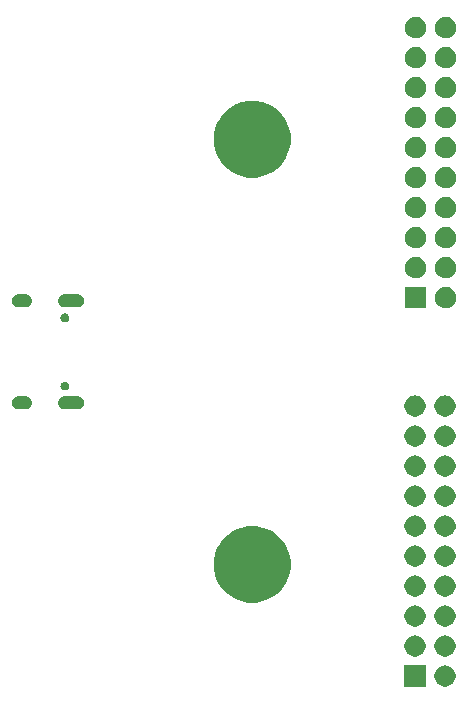
<source format=gbr>
G04 #@! TF.GenerationSoftware,KiCad,Pcbnew,(5.1.6-0-10_14)*
G04 #@! TF.CreationDate,2020-09-25T04:26:35-07:00*
G04 #@! TF.ProjectId,FT2232H_USB-C_to_2x10_1.27_F_RA,46543232-3332-4485-9f55-53422d435f74,rev?*
G04 #@! TF.SameCoordinates,Original*
G04 #@! TF.FileFunction,Soldermask,Bot*
G04 #@! TF.FilePolarity,Negative*
%FSLAX46Y46*%
G04 Gerber Fmt 4.6, Leading zero omitted, Abs format (unit mm)*
G04 Created by KiCad (PCBNEW (5.1.6-0-10_14)) date 2020-09-25 04:26:35*
%MOMM*%
%LPD*%
G01*
G04 APERTURE LIST*
%ADD10C,0.100000*%
G04 APERTURE END LIST*
D10*
G36*
X176188561Y-123597057D02*
G01*
X176246520Y-123608586D01*
X176410310Y-123676430D01*
X176557717Y-123774924D01*
X176683076Y-123900283D01*
X176781570Y-124047690D01*
X176849414Y-124211480D01*
X176884000Y-124385358D01*
X176884000Y-124562642D01*
X176849414Y-124736520D01*
X176781570Y-124900310D01*
X176683076Y-125047717D01*
X176557717Y-125173076D01*
X176410310Y-125271570D01*
X176246520Y-125339414D01*
X176188561Y-125350943D01*
X176072644Y-125374000D01*
X175895356Y-125374000D01*
X175779439Y-125350943D01*
X175721480Y-125339414D01*
X175557690Y-125271570D01*
X175410283Y-125173076D01*
X175284924Y-125047717D01*
X175186430Y-124900310D01*
X175118586Y-124736520D01*
X175084000Y-124562642D01*
X175084000Y-124385358D01*
X175118586Y-124211480D01*
X175186430Y-124047690D01*
X175284924Y-123900283D01*
X175410283Y-123774924D01*
X175557690Y-123676430D01*
X175721480Y-123608586D01*
X175779439Y-123597057D01*
X175895356Y-123574000D01*
X176072644Y-123574000D01*
X176188561Y-123597057D01*
G37*
G36*
X174344000Y-125374000D02*
G01*
X172544000Y-125374000D01*
X172544000Y-123574000D01*
X174344000Y-123574000D01*
X174344000Y-125374000D01*
G37*
G36*
X176188561Y-121057057D02*
G01*
X176246520Y-121068586D01*
X176410310Y-121136430D01*
X176557717Y-121234924D01*
X176683076Y-121360283D01*
X176781570Y-121507690D01*
X176849414Y-121671480D01*
X176884000Y-121845358D01*
X176884000Y-122022642D01*
X176849414Y-122196520D01*
X176781570Y-122360310D01*
X176683076Y-122507717D01*
X176557717Y-122633076D01*
X176410310Y-122731570D01*
X176246520Y-122799414D01*
X176188561Y-122810943D01*
X176072644Y-122834000D01*
X175895356Y-122834000D01*
X175779439Y-122810943D01*
X175721480Y-122799414D01*
X175557690Y-122731570D01*
X175410283Y-122633076D01*
X175284924Y-122507717D01*
X175186430Y-122360310D01*
X175118586Y-122196520D01*
X175084000Y-122022642D01*
X175084000Y-121845358D01*
X175118586Y-121671480D01*
X175186430Y-121507690D01*
X175284924Y-121360283D01*
X175410283Y-121234924D01*
X175557690Y-121136430D01*
X175721480Y-121068586D01*
X175779439Y-121057057D01*
X175895356Y-121034000D01*
X176072644Y-121034000D01*
X176188561Y-121057057D01*
G37*
G36*
X173648561Y-121057057D02*
G01*
X173706520Y-121068586D01*
X173870310Y-121136430D01*
X174017717Y-121234924D01*
X174143076Y-121360283D01*
X174241570Y-121507690D01*
X174309414Y-121671480D01*
X174344000Y-121845358D01*
X174344000Y-122022642D01*
X174309414Y-122196520D01*
X174241570Y-122360310D01*
X174143076Y-122507717D01*
X174017717Y-122633076D01*
X173870310Y-122731570D01*
X173706520Y-122799414D01*
X173648561Y-122810943D01*
X173532644Y-122834000D01*
X173355356Y-122834000D01*
X173239439Y-122810943D01*
X173181480Y-122799414D01*
X173017690Y-122731570D01*
X172870283Y-122633076D01*
X172744924Y-122507717D01*
X172646430Y-122360310D01*
X172578586Y-122196520D01*
X172544000Y-122022642D01*
X172544000Y-121845358D01*
X172578586Y-121671480D01*
X172646430Y-121507690D01*
X172744924Y-121360283D01*
X172870283Y-121234924D01*
X173017690Y-121136430D01*
X173181480Y-121068586D01*
X173239439Y-121057057D01*
X173355356Y-121034000D01*
X173532644Y-121034000D01*
X173648561Y-121057057D01*
G37*
G36*
X176188561Y-118517057D02*
G01*
X176246520Y-118528586D01*
X176410310Y-118596430D01*
X176557717Y-118694924D01*
X176683076Y-118820283D01*
X176781570Y-118967690D01*
X176849414Y-119131480D01*
X176884000Y-119305358D01*
X176884000Y-119482642D01*
X176849414Y-119656520D01*
X176781570Y-119820310D01*
X176683076Y-119967717D01*
X176557717Y-120093076D01*
X176410310Y-120191570D01*
X176246520Y-120259414D01*
X176188561Y-120270943D01*
X176072644Y-120294000D01*
X175895356Y-120294000D01*
X175779439Y-120270943D01*
X175721480Y-120259414D01*
X175557690Y-120191570D01*
X175410283Y-120093076D01*
X175284924Y-119967717D01*
X175186430Y-119820310D01*
X175118586Y-119656520D01*
X175084000Y-119482642D01*
X175084000Y-119305358D01*
X175118586Y-119131480D01*
X175186430Y-118967690D01*
X175284924Y-118820283D01*
X175410283Y-118694924D01*
X175557690Y-118596430D01*
X175721480Y-118528586D01*
X175779439Y-118517057D01*
X175895356Y-118494000D01*
X176072644Y-118494000D01*
X176188561Y-118517057D01*
G37*
G36*
X173648561Y-118517057D02*
G01*
X173706520Y-118528586D01*
X173870310Y-118596430D01*
X174017717Y-118694924D01*
X174143076Y-118820283D01*
X174241570Y-118967690D01*
X174309414Y-119131480D01*
X174344000Y-119305358D01*
X174344000Y-119482642D01*
X174309414Y-119656520D01*
X174241570Y-119820310D01*
X174143076Y-119967717D01*
X174017717Y-120093076D01*
X173870310Y-120191570D01*
X173706520Y-120259414D01*
X173648561Y-120270943D01*
X173532644Y-120294000D01*
X173355356Y-120294000D01*
X173239439Y-120270943D01*
X173181480Y-120259414D01*
X173017690Y-120191570D01*
X172870283Y-120093076D01*
X172744924Y-119967717D01*
X172646430Y-119820310D01*
X172578586Y-119656520D01*
X172544000Y-119482642D01*
X172544000Y-119305358D01*
X172578586Y-119131480D01*
X172646430Y-118967690D01*
X172744924Y-118820283D01*
X172870283Y-118694924D01*
X173017690Y-118596430D01*
X173181480Y-118528586D01*
X173239439Y-118517057D01*
X173355356Y-118494000D01*
X173532644Y-118494000D01*
X173648561Y-118517057D01*
G37*
G36*
X160597988Y-111902895D02*
G01*
X161189451Y-112147887D01*
X161311167Y-112229215D01*
X161721754Y-112503560D01*
X162174440Y-112956246D01*
X162395190Y-113286623D01*
X162530113Y-113488549D01*
X162775105Y-114080012D01*
X162900000Y-114707901D01*
X162900000Y-115348099D01*
X162775105Y-115975988D01*
X162530113Y-116567451D01*
X162512510Y-116593796D01*
X162174440Y-117099754D01*
X161721754Y-117552440D01*
X161471859Y-117719414D01*
X161189451Y-117908113D01*
X160597988Y-118153105D01*
X159970099Y-118278000D01*
X159329901Y-118278000D01*
X158702012Y-118153105D01*
X158110549Y-117908113D01*
X157828141Y-117719414D01*
X157578246Y-117552440D01*
X157125560Y-117099754D01*
X156787490Y-116593796D01*
X156769887Y-116567451D01*
X156524895Y-115975988D01*
X156400000Y-115348099D01*
X156400000Y-114707901D01*
X156524895Y-114080012D01*
X156769887Y-113488549D01*
X156904810Y-113286623D01*
X157125560Y-112956246D01*
X157578246Y-112503560D01*
X157988833Y-112229215D01*
X158110549Y-112147887D01*
X158702012Y-111902895D01*
X159329901Y-111778000D01*
X159970099Y-111778000D01*
X160597988Y-111902895D01*
G37*
G36*
X176183185Y-115975988D02*
G01*
X176246520Y-115988586D01*
X176410310Y-116056430D01*
X176557717Y-116154924D01*
X176683076Y-116280283D01*
X176781570Y-116427690D01*
X176849414Y-116591480D01*
X176884000Y-116765358D01*
X176884000Y-116942642D01*
X176849414Y-117116520D01*
X176781570Y-117280310D01*
X176683076Y-117427717D01*
X176557717Y-117553076D01*
X176410310Y-117651570D01*
X176246520Y-117719414D01*
X176188561Y-117730943D01*
X176072644Y-117754000D01*
X175895356Y-117754000D01*
X175779439Y-117730943D01*
X175721480Y-117719414D01*
X175557690Y-117651570D01*
X175410283Y-117553076D01*
X175284924Y-117427717D01*
X175186430Y-117280310D01*
X175118586Y-117116520D01*
X175084000Y-116942642D01*
X175084000Y-116765358D01*
X175118586Y-116591480D01*
X175186430Y-116427690D01*
X175284924Y-116280283D01*
X175410283Y-116154924D01*
X175557690Y-116056430D01*
X175721480Y-115988586D01*
X175784815Y-115975988D01*
X175895356Y-115954000D01*
X176072644Y-115954000D01*
X176183185Y-115975988D01*
G37*
G36*
X173643185Y-115975988D02*
G01*
X173706520Y-115988586D01*
X173870310Y-116056430D01*
X174017717Y-116154924D01*
X174143076Y-116280283D01*
X174241570Y-116427690D01*
X174309414Y-116591480D01*
X174344000Y-116765358D01*
X174344000Y-116942642D01*
X174309414Y-117116520D01*
X174241570Y-117280310D01*
X174143076Y-117427717D01*
X174017717Y-117553076D01*
X173870310Y-117651570D01*
X173706520Y-117719414D01*
X173648561Y-117730943D01*
X173532644Y-117754000D01*
X173355356Y-117754000D01*
X173239439Y-117730943D01*
X173181480Y-117719414D01*
X173017690Y-117651570D01*
X172870283Y-117553076D01*
X172744924Y-117427717D01*
X172646430Y-117280310D01*
X172578586Y-117116520D01*
X172544000Y-116942642D01*
X172544000Y-116765358D01*
X172578586Y-116591480D01*
X172646430Y-116427690D01*
X172744924Y-116280283D01*
X172870283Y-116154924D01*
X173017690Y-116056430D01*
X173181480Y-115988586D01*
X173244815Y-115975988D01*
X173355356Y-115954000D01*
X173532644Y-115954000D01*
X173643185Y-115975988D01*
G37*
G36*
X176188561Y-113437057D02*
G01*
X176246520Y-113448586D01*
X176410310Y-113516430D01*
X176557717Y-113614924D01*
X176683076Y-113740283D01*
X176781570Y-113887690D01*
X176849414Y-114051480D01*
X176884000Y-114225358D01*
X176884000Y-114402642D01*
X176849414Y-114576520D01*
X176781570Y-114740310D01*
X176683076Y-114887717D01*
X176557717Y-115013076D01*
X176410310Y-115111570D01*
X176246520Y-115179414D01*
X176188561Y-115190943D01*
X176072644Y-115214000D01*
X175895356Y-115214000D01*
X175779439Y-115190943D01*
X175721480Y-115179414D01*
X175557690Y-115111570D01*
X175410283Y-115013076D01*
X175284924Y-114887717D01*
X175186430Y-114740310D01*
X175118586Y-114576520D01*
X175084000Y-114402642D01*
X175084000Y-114225358D01*
X175118586Y-114051480D01*
X175186430Y-113887690D01*
X175284924Y-113740283D01*
X175410283Y-113614924D01*
X175557690Y-113516430D01*
X175721480Y-113448586D01*
X175779439Y-113437057D01*
X175895356Y-113414000D01*
X176072644Y-113414000D01*
X176188561Y-113437057D01*
G37*
G36*
X173648561Y-113437057D02*
G01*
X173706520Y-113448586D01*
X173870310Y-113516430D01*
X174017717Y-113614924D01*
X174143076Y-113740283D01*
X174241570Y-113887690D01*
X174309414Y-114051480D01*
X174344000Y-114225358D01*
X174344000Y-114402642D01*
X174309414Y-114576520D01*
X174241570Y-114740310D01*
X174143076Y-114887717D01*
X174017717Y-115013076D01*
X173870310Y-115111570D01*
X173706520Y-115179414D01*
X173648561Y-115190943D01*
X173532644Y-115214000D01*
X173355356Y-115214000D01*
X173239439Y-115190943D01*
X173181480Y-115179414D01*
X173017690Y-115111570D01*
X172870283Y-115013076D01*
X172744924Y-114887717D01*
X172646430Y-114740310D01*
X172578586Y-114576520D01*
X172544000Y-114402642D01*
X172544000Y-114225358D01*
X172578586Y-114051480D01*
X172646430Y-113887690D01*
X172744924Y-113740283D01*
X172870283Y-113614924D01*
X173017690Y-113516430D01*
X173181480Y-113448586D01*
X173239439Y-113437057D01*
X173355356Y-113414000D01*
X173532644Y-113414000D01*
X173648561Y-113437057D01*
G37*
G36*
X176188561Y-110897057D02*
G01*
X176246520Y-110908586D01*
X176410310Y-110976430D01*
X176557717Y-111074924D01*
X176683076Y-111200283D01*
X176683077Y-111200285D01*
X176781571Y-111347692D01*
X176849414Y-111511481D01*
X176884000Y-111685356D01*
X176884000Y-111862644D01*
X176875993Y-111902896D01*
X176849414Y-112036520D01*
X176781570Y-112200310D01*
X176683076Y-112347717D01*
X176557717Y-112473076D01*
X176410310Y-112571570D01*
X176246520Y-112639414D01*
X176188561Y-112650943D01*
X176072644Y-112674000D01*
X175895356Y-112674000D01*
X175779439Y-112650943D01*
X175721480Y-112639414D01*
X175557690Y-112571570D01*
X175410283Y-112473076D01*
X175284924Y-112347717D01*
X175186430Y-112200310D01*
X175118586Y-112036520D01*
X175092007Y-111902896D01*
X175084000Y-111862644D01*
X175084000Y-111685356D01*
X175118586Y-111511481D01*
X175186429Y-111347692D01*
X175284923Y-111200285D01*
X175284924Y-111200283D01*
X175410283Y-111074924D01*
X175557690Y-110976430D01*
X175721480Y-110908586D01*
X175779439Y-110897057D01*
X175895356Y-110874000D01*
X176072644Y-110874000D01*
X176188561Y-110897057D01*
G37*
G36*
X173648561Y-110897057D02*
G01*
X173706520Y-110908586D01*
X173870310Y-110976430D01*
X174017717Y-111074924D01*
X174143076Y-111200283D01*
X174143077Y-111200285D01*
X174241571Y-111347692D01*
X174309414Y-111511481D01*
X174344000Y-111685356D01*
X174344000Y-111862644D01*
X174335993Y-111902896D01*
X174309414Y-112036520D01*
X174241570Y-112200310D01*
X174143076Y-112347717D01*
X174017717Y-112473076D01*
X173870310Y-112571570D01*
X173706520Y-112639414D01*
X173648561Y-112650943D01*
X173532644Y-112674000D01*
X173355356Y-112674000D01*
X173239439Y-112650943D01*
X173181480Y-112639414D01*
X173017690Y-112571570D01*
X172870283Y-112473076D01*
X172744924Y-112347717D01*
X172646430Y-112200310D01*
X172578586Y-112036520D01*
X172552007Y-111902896D01*
X172544000Y-111862644D01*
X172544000Y-111685356D01*
X172578586Y-111511481D01*
X172646429Y-111347692D01*
X172744923Y-111200285D01*
X172744924Y-111200283D01*
X172870283Y-111074924D01*
X173017690Y-110976430D01*
X173181480Y-110908586D01*
X173239439Y-110897057D01*
X173355356Y-110874000D01*
X173532644Y-110874000D01*
X173648561Y-110897057D01*
G37*
G36*
X176188561Y-108357057D02*
G01*
X176246520Y-108368586D01*
X176410310Y-108436430D01*
X176557717Y-108534924D01*
X176683076Y-108660283D01*
X176781570Y-108807690D01*
X176849414Y-108971480D01*
X176884000Y-109145358D01*
X176884000Y-109322642D01*
X176849414Y-109496520D01*
X176781570Y-109660310D01*
X176683076Y-109807717D01*
X176557717Y-109933076D01*
X176410310Y-110031570D01*
X176246520Y-110099414D01*
X176188561Y-110110943D01*
X176072644Y-110134000D01*
X175895356Y-110134000D01*
X175779439Y-110110943D01*
X175721480Y-110099414D01*
X175557690Y-110031570D01*
X175410283Y-109933076D01*
X175284924Y-109807717D01*
X175186430Y-109660310D01*
X175118586Y-109496520D01*
X175084000Y-109322642D01*
X175084000Y-109145358D01*
X175118586Y-108971480D01*
X175186430Y-108807690D01*
X175284924Y-108660283D01*
X175410283Y-108534924D01*
X175557690Y-108436430D01*
X175721480Y-108368586D01*
X175779439Y-108357057D01*
X175895356Y-108334000D01*
X176072644Y-108334000D01*
X176188561Y-108357057D01*
G37*
G36*
X173648561Y-108357057D02*
G01*
X173706520Y-108368586D01*
X173870310Y-108436430D01*
X174017717Y-108534924D01*
X174143076Y-108660283D01*
X174241570Y-108807690D01*
X174309414Y-108971480D01*
X174344000Y-109145358D01*
X174344000Y-109322642D01*
X174309414Y-109496520D01*
X174241570Y-109660310D01*
X174143076Y-109807717D01*
X174017717Y-109933076D01*
X173870310Y-110031570D01*
X173706520Y-110099414D01*
X173648561Y-110110943D01*
X173532644Y-110134000D01*
X173355356Y-110134000D01*
X173239439Y-110110943D01*
X173181480Y-110099414D01*
X173017690Y-110031570D01*
X172870283Y-109933076D01*
X172744924Y-109807717D01*
X172646430Y-109660310D01*
X172578586Y-109496520D01*
X172544000Y-109322642D01*
X172544000Y-109145358D01*
X172578586Y-108971480D01*
X172646430Y-108807690D01*
X172744924Y-108660283D01*
X172870283Y-108534924D01*
X173017690Y-108436430D01*
X173181480Y-108368586D01*
X173239439Y-108357057D01*
X173355356Y-108334000D01*
X173532644Y-108334000D01*
X173648561Y-108357057D01*
G37*
G36*
X176188561Y-105817057D02*
G01*
X176246520Y-105828586D01*
X176410310Y-105896430D01*
X176557717Y-105994924D01*
X176683076Y-106120283D01*
X176781570Y-106267690D01*
X176849414Y-106431480D01*
X176884000Y-106605358D01*
X176884000Y-106782642D01*
X176849414Y-106956520D01*
X176781570Y-107120310D01*
X176683076Y-107267717D01*
X176557717Y-107393076D01*
X176410310Y-107491570D01*
X176246520Y-107559414D01*
X176188561Y-107570943D01*
X176072644Y-107594000D01*
X175895356Y-107594000D01*
X175779439Y-107570943D01*
X175721480Y-107559414D01*
X175557690Y-107491570D01*
X175410283Y-107393076D01*
X175284924Y-107267717D01*
X175186430Y-107120310D01*
X175118586Y-106956520D01*
X175084000Y-106782642D01*
X175084000Y-106605358D01*
X175118586Y-106431480D01*
X175186430Y-106267690D01*
X175284924Y-106120283D01*
X175410283Y-105994924D01*
X175557690Y-105896430D01*
X175721480Y-105828586D01*
X175779439Y-105817057D01*
X175895356Y-105794000D01*
X176072644Y-105794000D01*
X176188561Y-105817057D01*
G37*
G36*
X173648561Y-105817057D02*
G01*
X173706520Y-105828586D01*
X173870310Y-105896430D01*
X174017717Y-105994924D01*
X174143076Y-106120283D01*
X174241570Y-106267690D01*
X174309414Y-106431480D01*
X174344000Y-106605358D01*
X174344000Y-106782642D01*
X174309414Y-106956520D01*
X174241570Y-107120310D01*
X174143076Y-107267717D01*
X174017717Y-107393076D01*
X173870310Y-107491570D01*
X173706520Y-107559414D01*
X173648561Y-107570943D01*
X173532644Y-107594000D01*
X173355356Y-107594000D01*
X173239439Y-107570943D01*
X173181480Y-107559414D01*
X173017690Y-107491570D01*
X172870283Y-107393076D01*
X172744924Y-107267717D01*
X172646430Y-107120310D01*
X172578586Y-106956520D01*
X172544000Y-106782642D01*
X172544000Y-106605358D01*
X172578586Y-106431480D01*
X172646430Y-106267690D01*
X172744924Y-106120283D01*
X172870283Y-105994924D01*
X173017690Y-105896430D01*
X173181480Y-105828586D01*
X173239439Y-105817057D01*
X173355356Y-105794000D01*
X173532644Y-105794000D01*
X173648561Y-105817057D01*
G37*
G36*
X176188561Y-103277057D02*
G01*
X176246520Y-103288586D01*
X176410310Y-103356430D01*
X176557717Y-103454924D01*
X176683076Y-103580283D01*
X176781570Y-103727690D01*
X176849414Y-103891480D01*
X176884000Y-104065358D01*
X176884000Y-104242642D01*
X176849414Y-104416520D01*
X176781570Y-104580310D01*
X176683076Y-104727717D01*
X176557717Y-104853076D01*
X176410310Y-104951570D01*
X176246520Y-105019414D01*
X176188561Y-105030943D01*
X176072644Y-105054000D01*
X175895356Y-105054000D01*
X175779439Y-105030943D01*
X175721480Y-105019414D01*
X175557690Y-104951570D01*
X175410283Y-104853076D01*
X175284924Y-104727717D01*
X175186430Y-104580310D01*
X175118586Y-104416520D01*
X175084000Y-104242642D01*
X175084000Y-104065358D01*
X175118586Y-103891480D01*
X175186430Y-103727690D01*
X175284924Y-103580283D01*
X175410283Y-103454924D01*
X175557690Y-103356430D01*
X175721480Y-103288586D01*
X175779439Y-103277057D01*
X175895356Y-103254000D01*
X176072644Y-103254000D01*
X176188561Y-103277057D01*
G37*
G36*
X173648561Y-103277057D02*
G01*
X173706520Y-103288586D01*
X173870310Y-103356430D01*
X174017717Y-103454924D01*
X174143076Y-103580283D01*
X174241570Y-103727690D01*
X174309414Y-103891480D01*
X174344000Y-104065358D01*
X174344000Y-104242642D01*
X174309414Y-104416520D01*
X174241570Y-104580310D01*
X174143076Y-104727717D01*
X174017717Y-104853076D01*
X173870310Y-104951570D01*
X173706520Y-105019414D01*
X173648561Y-105030943D01*
X173532644Y-105054000D01*
X173355356Y-105054000D01*
X173239439Y-105030943D01*
X173181480Y-105019414D01*
X173017690Y-104951570D01*
X172870283Y-104853076D01*
X172744924Y-104727717D01*
X172646430Y-104580310D01*
X172578586Y-104416520D01*
X172544000Y-104242642D01*
X172544000Y-104065358D01*
X172578586Y-103891480D01*
X172646430Y-103727690D01*
X172744924Y-103580283D01*
X172870283Y-103454924D01*
X173017690Y-103356430D01*
X173181480Y-103288586D01*
X173239439Y-103277057D01*
X173355356Y-103254000D01*
X173532644Y-103254000D01*
X173648561Y-103277057D01*
G37*
G36*
X176188561Y-100737057D02*
G01*
X176246520Y-100748586D01*
X176362335Y-100796558D01*
X176385029Y-100805958D01*
X176410310Y-100816430D01*
X176557717Y-100914924D01*
X176683076Y-101040283D01*
X176781570Y-101187690D01*
X176849414Y-101351480D01*
X176884000Y-101525358D01*
X176884000Y-101702642D01*
X176849414Y-101876520D01*
X176781570Y-102040310D01*
X176683076Y-102187717D01*
X176557717Y-102313076D01*
X176410310Y-102411570D01*
X176246520Y-102479414D01*
X176188561Y-102490943D01*
X176072644Y-102514000D01*
X175895356Y-102514000D01*
X175779439Y-102490943D01*
X175721480Y-102479414D01*
X175557690Y-102411570D01*
X175410283Y-102313076D01*
X175284924Y-102187717D01*
X175186430Y-102040310D01*
X175118586Y-101876520D01*
X175084000Y-101702642D01*
X175084000Y-101525358D01*
X175118586Y-101351480D01*
X175186430Y-101187690D01*
X175284924Y-101040283D01*
X175410283Y-100914924D01*
X175557690Y-100816430D01*
X175582972Y-100805958D01*
X175605665Y-100796558D01*
X175721480Y-100748586D01*
X175779439Y-100737057D01*
X175895356Y-100714000D01*
X176072644Y-100714000D01*
X176188561Y-100737057D01*
G37*
G36*
X173648561Y-100737057D02*
G01*
X173706520Y-100748586D01*
X173822335Y-100796558D01*
X173845029Y-100805958D01*
X173870310Y-100816430D01*
X174017717Y-100914924D01*
X174143076Y-101040283D01*
X174241570Y-101187690D01*
X174309414Y-101351480D01*
X174344000Y-101525358D01*
X174344000Y-101702642D01*
X174309414Y-101876520D01*
X174241570Y-102040310D01*
X174143076Y-102187717D01*
X174017717Y-102313076D01*
X173870310Y-102411570D01*
X173706520Y-102479414D01*
X173648561Y-102490943D01*
X173532644Y-102514000D01*
X173355356Y-102514000D01*
X173239439Y-102490943D01*
X173181480Y-102479414D01*
X173017690Y-102411570D01*
X172870283Y-102313076D01*
X172744924Y-102187717D01*
X172646430Y-102040310D01*
X172578586Y-101876520D01*
X172544000Y-101702642D01*
X172544000Y-101525358D01*
X172578586Y-101351480D01*
X172646430Y-101187690D01*
X172744924Y-101040283D01*
X172870283Y-100914924D01*
X173017690Y-100816430D01*
X173042972Y-100805958D01*
X173065665Y-100796558D01*
X173181480Y-100748586D01*
X173239439Y-100737057D01*
X173355356Y-100714000D01*
X173532644Y-100714000D01*
X173648561Y-100737057D01*
G37*
G36*
X140530885Y-100803305D02*
G01*
X140557819Y-100805958D01*
X140592337Y-100816429D01*
X140661496Y-100837408D01*
X140757039Y-100888477D01*
X140757040Y-100888478D01*
X140757042Y-100888479D01*
X140840790Y-100957210D01*
X140908969Y-101040285D01*
X140909523Y-101040961D01*
X140960592Y-101136504D01*
X140992042Y-101240182D01*
X141002661Y-101348000D01*
X140992042Y-101455818D01*
X140960592Y-101559496D01*
X140909523Y-101655039D01*
X140909521Y-101655042D01*
X140840790Y-101738790D01*
X140757042Y-101807521D01*
X140757040Y-101807522D01*
X140757039Y-101807523D01*
X140661496Y-101858592D01*
X140592377Y-101879559D01*
X140557819Y-101890042D01*
X140530885Y-101892695D01*
X140477020Y-101898000D01*
X139822980Y-101898000D01*
X139769115Y-101892695D01*
X139742181Y-101890042D01*
X139707623Y-101879559D01*
X139638504Y-101858592D01*
X139542961Y-101807523D01*
X139542960Y-101807522D01*
X139542958Y-101807521D01*
X139459210Y-101738790D01*
X139390479Y-101655042D01*
X139390477Y-101655039D01*
X139339408Y-101559496D01*
X139307958Y-101455818D01*
X139297339Y-101348000D01*
X139307958Y-101240182D01*
X139339408Y-101136504D01*
X139390477Y-101040961D01*
X139391032Y-101040285D01*
X139459210Y-100957210D01*
X139542958Y-100888479D01*
X139542960Y-100888478D01*
X139542961Y-100888477D01*
X139638504Y-100837408D01*
X139707663Y-100816429D01*
X139742181Y-100805958D01*
X139769115Y-100803305D01*
X139822980Y-100798000D01*
X140477020Y-100798000D01*
X140530885Y-100803305D01*
G37*
G36*
X144960885Y-100803305D02*
G01*
X144987819Y-100805958D01*
X145022337Y-100816429D01*
X145091496Y-100837408D01*
X145187039Y-100888477D01*
X145187040Y-100888478D01*
X145187042Y-100888479D01*
X145270790Y-100957210D01*
X145338969Y-101040285D01*
X145339523Y-101040961D01*
X145390592Y-101136504D01*
X145422042Y-101240182D01*
X145432661Y-101348000D01*
X145422042Y-101455818D01*
X145390592Y-101559496D01*
X145339523Y-101655039D01*
X145339521Y-101655042D01*
X145270790Y-101738790D01*
X145187042Y-101807521D01*
X145187040Y-101807522D01*
X145187039Y-101807523D01*
X145091496Y-101858592D01*
X145022377Y-101879559D01*
X144987819Y-101890042D01*
X144960885Y-101892695D01*
X144907020Y-101898000D01*
X143752980Y-101898000D01*
X143699115Y-101892695D01*
X143672181Y-101890042D01*
X143637623Y-101879559D01*
X143568504Y-101858592D01*
X143472961Y-101807523D01*
X143472960Y-101807522D01*
X143472958Y-101807521D01*
X143389210Y-101738790D01*
X143320479Y-101655042D01*
X143320477Y-101655039D01*
X143269408Y-101559496D01*
X143237958Y-101455818D01*
X143227339Y-101348000D01*
X143237958Y-101240182D01*
X143269408Y-101136504D01*
X143320477Y-101040961D01*
X143321032Y-101040285D01*
X143389210Y-100957210D01*
X143472958Y-100888479D01*
X143472960Y-100888478D01*
X143472961Y-100888477D01*
X143568504Y-100837408D01*
X143637663Y-100816429D01*
X143672181Y-100805958D01*
X143699115Y-100803305D01*
X143752980Y-100798000D01*
X144907020Y-100798000D01*
X144960885Y-100803305D01*
G37*
G36*
X143909383Y-99557411D02*
G01*
X143977629Y-99585680D01*
X144039048Y-99626719D01*
X144091281Y-99678952D01*
X144132320Y-99740371D01*
X144160589Y-99808617D01*
X144175000Y-99881066D01*
X144175000Y-99954934D01*
X144160589Y-100027383D01*
X144132320Y-100095629D01*
X144091281Y-100157048D01*
X144039048Y-100209281D01*
X143977629Y-100250320D01*
X143977628Y-100250321D01*
X143977627Y-100250321D01*
X143909383Y-100278589D01*
X143836935Y-100293000D01*
X143763065Y-100293000D01*
X143690617Y-100278589D01*
X143622373Y-100250321D01*
X143622372Y-100250321D01*
X143622371Y-100250320D01*
X143560952Y-100209281D01*
X143508719Y-100157048D01*
X143467680Y-100095629D01*
X143439411Y-100027383D01*
X143425000Y-99954934D01*
X143425000Y-99881066D01*
X143439411Y-99808617D01*
X143467680Y-99740371D01*
X143508719Y-99678952D01*
X143560952Y-99626719D01*
X143622371Y-99585680D01*
X143690617Y-99557411D01*
X143763065Y-99543000D01*
X143836935Y-99543000D01*
X143909383Y-99557411D01*
G37*
G36*
X143909383Y-93777411D02*
G01*
X143977629Y-93805680D01*
X144039048Y-93846719D01*
X144091281Y-93898952D01*
X144132320Y-93960371D01*
X144160589Y-94028617D01*
X144175000Y-94101066D01*
X144175000Y-94174934D01*
X144160589Y-94247383D01*
X144132320Y-94315629D01*
X144091281Y-94377048D01*
X144039048Y-94429281D01*
X143977629Y-94470320D01*
X143977628Y-94470321D01*
X143977627Y-94470321D01*
X143909383Y-94498589D01*
X143836935Y-94513000D01*
X143763065Y-94513000D01*
X143690617Y-94498589D01*
X143622373Y-94470321D01*
X143622372Y-94470321D01*
X143622371Y-94470320D01*
X143560952Y-94429281D01*
X143508719Y-94377048D01*
X143467680Y-94315629D01*
X143439411Y-94247383D01*
X143425000Y-94174934D01*
X143425000Y-94101066D01*
X143439411Y-94028617D01*
X143467680Y-93960371D01*
X143508719Y-93898952D01*
X143560952Y-93846719D01*
X143622371Y-93805680D01*
X143690617Y-93777411D01*
X143763065Y-93763000D01*
X143836935Y-93763000D01*
X143909383Y-93777411D01*
G37*
G36*
X174394000Y-93342000D02*
G01*
X172594000Y-93342000D01*
X172594000Y-91542000D01*
X174394000Y-91542000D01*
X174394000Y-93342000D01*
G37*
G36*
X176238561Y-91565057D02*
G01*
X176296520Y-91576586D01*
X176460310Y-91644430D01*
X176607717Y-91742924D01*
X176733076Y-91868283D01*
X176831570Y-92015690D01*
X176899414Y-92179480D01*
X176934000Y-92353358D01*
X176934000Y-92530642D01*
X176899414Y-92704520D01*
X176831570Y-92868310D01*
X176733076Y-93015717D01*
X176607717Y-93141076D01*
X176460310Y-93239570D01*
X176460309Y-93239571D01*
X176460308Y-93239571D01*
X176415816Y-93258000D01*
X176296520Y-93307414D01*
X176238561Y-93318943D01*
X176122644Y-93342000D01*
X175945356Y-93342000D01*
X175829439Y-93318943D01*
X175771480Y-93307414D01*
X175652184Y-93258000D01*
X175607692Y-93239571D01*
X175607691Y-93239571D01*
X175607690Y-93239570D01*
X175460283Y-93141076D01*
X175334924Y-93015717D01*
X175236430Y-92868310D01*
X175168586Y-92704520D01*
X175134000Y-92530642D01*
X175134000Y-92353358D01*
X175168586Y-92179480D01*
X175236430Y-92015690D01*
X175334924Y-91868283D01*
X175460283Y-91742924D01*
X175607690Y-91644430D01*
X175771480Y-91576586D01*
X175829439Y-91565057D01*
X175945356Y-91542000D01*
X176122644Y-91542000D01*
X176238561Y-91565057D01*
G37*
G36*
X144960885Y-92163305D02*
G01*
X144987819Y-92165958D01*
X145022377Y-92176441D01*
X145091496Y-92197408D01*
X145187039Y-92248477D01*
X145187040Y-92248478D01*
X145187042Y-92248479D01*
X145270790Y-92317210D01*
X145300455Y-92353356D01*
X145339523Y-92400961D01*
X145390592Y-92496504D01*
X145422042Y-92600182D01*
X145432661Y-92708000D01*
X145422042Y-92815818D01*
X145390592Y-92919496D01*
X145339523Y-93015039D01*
X145339521Y-93015042D01*
X145270790Y-93098790D01*
X145187042Y-93167521D01*
X145187040Y-93167522D01*
X145187039Y-93167523D01*
X145091496Y-93218592D01*
X145022377Y-93239559D01*
X144987819Y-93250042D01*
X144960885Y-93252695D01*
X144907020Y-93258000D01*
X143752980Y-93258000D01*
X143699115Y-93252695D01*
X143672181Y-93250042D01*
X143637623Y-93239559D01*
X143568504Y-93218592D01*
X143472961Y-93167523D01*
X143472960Y-93167522D01*
X143472958Y-93167521D01*
X143389210Y-93098790D01*
X143320479Y-93015042D01*
X143320477Y-93015039D01*
X143269408Y-92919496D01*
X143237958Y-92815818D01*
X143227339Y-92708000D01*
X143237958Y-92600182D01*
X143269408Y-92496504D01*
X143320477Y-92400961D01*
X143359546Y-92353356D01*
X143389210Y-92317210D01*
X143472958Y-92248479D01*
X143472960Y-92248478D01*
X143472961Y-92248477D01*
X143568504Y-92197408D01*
X143637623Y-92176441D01*
X143672181Y-92165958D01*
X143699115Y-92163305D01*
X143752980Y-92158000D01*
X144907020Y-92158000D01*
X144960885Y-92163305D01*
G37*
G36*
X140530885Y-92163305D02*
G01*
X140557819Y-92165958D01*
X140592377Y-92176441D01*
X140661496Y-92197408D01*
X140757039Y-92248477D01*
X140757040Y-92248478D01*
X140757042Y-92248479D01*
X140840790Y-92317210D01*
X140870455Y-92353356D01*
X140909523Y-92400961D01*
X140960592Y-92496504D01*
X140992042Y-92600182D01*
X141002661Y-92708000D01*
X140992042Y-92815818D01*
X140960592Y-92919496D01*
X140909523Y-93015039D01*
X140909521Y-93015042D01*
X140840790Y-93098790D01*
X140757042Y-93167521D01*
X140757040Y-93167522D01*
X140757039Y-93167523D01*
X140661496Y-93218592D01*
X140592377Y-93239559D01*
X140557819Y-93250042D01*
X140530885Y-93252695D01*
X140477020Y-93258000D01*
X139822980Y-93258000D01*
X139769115Y-93252695D01*
X139742181Y-93250042D01*
X139707623Y-93239559D01*
X139638504Y-93218592D01*
X139542961Y-93167523D01*
X139542960Y-93167522D01*
X139542958Y-93167521D01*
X139459210Y-93098790D01*
X139390479Y-93015042D01*
X139390477Y-93015039D01*
X139339408Y-92919496D01*
X139307958Y-92815818D01*
X139297339Y-92708000D01*
X139307958Y-92600182D01*
X139339408Y-92496504D01*
X139390477Y-92400961D01*
X139429546Y-92353356D01*
X139459210Y-92317210D01*
X139542958Y-92248479D01*
X139542960Y-92248478D01*
X139542961Y-92248477D01*
X139638504Y-92197408D01*
X139707623Y-92176441D01*
X139742181Y-92165958D01*
X139769115Y-92163305D01*
X139822980Y-92158000D01*
X140477020Y-92158000D01*
X140530885Y-92163305D01*
G37*
G36*
X176238561Y-89025057D02*
G01*
X176296520Y-89036586D01*
X176460310Y-89104430D01*
X176607717Y-89202924D01*
X176733076Y-89328283D01*
X176831570Y-89475690D01*
X176899414Y-89639480D01*
X176934000Y-89813358D01*
X176934000Y-89990642D01*
X176899414Y-90164520D01*
X176831570Y-90328310D01*
X176733076Y-90475717D01*
X176607717Y-90601076D01*
X176460310Y-90699570D01*
X176296520Y-90767414D01*
X176238561Y-90778943D01*
X176122644Y-90802000D01*
X175945356Y-90802000D01*
X175829439Y-90778943D01*
X175771480Y-90767414D01*
X175607690Y-90699570D01*
X175460283Y-90601076D01*
X175334924Y-90475717D01*
X175236430Y-90328310D01*
X175168586Y-90164520D01*
X175134000Y-89990642D01*
X175134000Y-89813358D01*
X175168586Y-89639480D01*
X175236430Y-89475690D01*
X175334924Y-89328283D01*
X175460283Y-89202924D01*
X175607690Y-89104430D01*
X175771480Y-89036586D01*
X175829439Y-89025057D01*
X175945356Y-89002000D01*
X176122644Y-89002000D01*
X176238561Y-89025057D01*
G37*
G36*
X173698561Y-89025057D02*
G01*
X173756520Y-89036586D01*
X173920310Y-89104430D01*
X174067717Y-89202924D01*
X174193076Y-89328283D01*
X174291570Y-89475690D01*
X174359414Y-89639480D01*
X174394000Y-89813358D01*
X174394000Y-89990642D01*
X174359414Y-90164520D01*
X174291570Y-90328310D01*
X174193076Y-90475717D01*
X174067717Y-90601076D01*
X173920310Y-90699570D01*
X173756520Y-90767414D01*
X173698561Y-90778943D01*
X173582644Y-90802000D01*
X173405356Y-90802000D01*
X173289439Y-90778943D01*
X173231480Y-90767414D01*
X173067690Y-90699570D01*
X172920283Y-90601076D01*
X172794924Y-90475717D01*
X172696430Y-90328310D01*
X172628586Y-90164520D01*
X172594000Y-89990642D01*
X172594000Y-89813358D01*
X172628586Y-89639480D01*
X172696430Y-89475690D01*
X172794924Y-89328283D01*
X172920283Y-89202924D01*
X173067690Y-89104430D01*
X173231480Y-89036586D01*
X173289439Y-89025057D01*
X173405356Y-89002000D01*
X173582644Y-89002000D01*
X173698561Y-89025057D01*
G37*
G36*
X176238561Y-86485057D02*
G01*
X176296520Y-86496586D01*
X176460310Y-86564430D01*
X176607717Y-86662924D01*
X176733076Y-86788283D01*
X176831570Y-86935690D01*
X176899414Y-87099480D01*
X176934000Y-87273358D01*
X176934000Y-87450642D01*
X176899414Y-87624520D01*
X176831570Y-87788310D01*
X176733076Y-87935717D01*
X176607717Y-88061076D01*
X176460310Y-88159570D01*
X176296520Y-88227414D01*
X176238561Y-88238943D01*
X176122644Y-88262000D01*
X175945356Y-88262000D01*
X175829439Y-88238943D01*
X175771480Y-88227414D01*
X175607690Y-88159570D01*
X175460283Y-88061076D01*
X175334924Y-87935717D01*
X175236430Y-87788310D01*
X175168586Y-87624520D01*
X175134000Y-87450642D01*
X175134000Y-87273358D01*
X175168586Y-87099480D01*
X175236430Y-86935690D01*
X175334924Y-86788283D01*
X175460283Y-86662924D01*
X175607690Y-86564430D01*
X175771480Y-86496586D01*
X175829439Y-86485057D01*
X175945356Y-86462000D01*
X176122644Y-86462000D01*
X176238561Y-86485057D01*
G37*
G36*
X173698561Y-86485057D02*
G01*
X173756520Y-86496586D01*
X173920310Y-86564430D01*
X174067717Y-86662924D01*
X174193076Y-86788283D01*
X174291570Y-86935690D01*
X174359414Y-87099480D01*
X174394000Y-87273358D01*
X174394000Y-87450642D01*
X174359414Y-87624520D01*
X174291570Y-87788310D01*
X174193076Y-87935717D01*
X174067717Y-88061076D01*
X173920310Y-88159570D01*
X173756520Y-88227414D01*
X173698561Y-88238943D01*
X173582644Y-88262000D01*
X173405356Y-88262000D01*
X173289439Y-88238943D01*
X173231480Y-88227414D01*
X173067690Y-88159570D01*
X172920283Y-88061076D01*
X172794924Y-87935717D01*
X172696430Y-87788310D01*
X172628586Y-87624520D01*
X172594000Y-87450642D01*
X172594000Y-87273358D01*
X172628586Y-87099480D01*
X172696430Y-86935690D01*
X172794924Y-86788283D01*
X172920283Y-86662924D01*
X173067690Y-86564430D01*
X173231480Y-86496586D01*
X173289439Y-86485057D01*
X173405356Y-86462000D01*
X173582644Y-86462000D01*
X173698561Y-86485057D01*
G37*
G36*
X176238561Y-83945057D02*
G01*
X176296520Y-83956586D01*
X176460310Y-84024430D01*
X176607717Y-84122924D01*
X176733076Y-84248283D01*
X176831570Y-84395690D01*
X176899414Y-84559480D01*
X176934000Y-84733358D01*
X176934000Y-84910642D01*
X176899414Y-85084520D01*
X176831570Y-85248310D01*
X176733076Y-85395717D01*
X176607717Y-85521076D01*
X176460310Y-85619570D01*
X176296520Y-85687414D01*
X176238561Y-85698943D01*
X176122644Y-85722000D01*
X175945356Y-85722000D01*
X175829439Y-85698943D01*
X175771480Y-85687414D01*
X175607690Y-85619570D01*
X175460283Y-85521076D01*
X175334924Y-85395717D01*
X175236430Y-85248310D01*
X175168586Y-85084520D01*
X175134000Y-84910642D01*
X175134000Y-84733358D01*
X175168586Y-84559480D01*
X175236430Y-84395690D01*
X175334924Y-84248283D01*
X175460283Y-84122924D01*
X175607690Y-84024430D01*
X175771480Y-83956586D01*
X175829439Y-83945057D01*
X175945356Y-83922000D01*
X176122644Y-83922000D01*
X176238561Y-83945057D01*
G37*
G36*
X173698561Y-83945057D02*
G01*
X173756520Y-83956586D01*
X173920310Y-84024430D01*
X174067717Y-84122924D01*
X174193076Y-84248283D01*
X174291570Y-84395690D01*
X174359414Y-84559480D01*
X174394000Y-84733358D01*
X174394000Y-84910642D01*
X174359414Y-85084520D01*
X174291570Y-85248310D01*
X174193076Y-85395717D01*
X174067717Y-85521076D01*
X173920310Y-85619570D01*
X173756520Y-85687414D01*
X173698561Y-85698943D01*
X173582644Y-85722000D01*
X173405356Y-85722000D01*
X173289439Y-85698943D01*
X173231480Y-85687414D01*
X173067690Y-85619570D01*
X172920283Y-85521076D01*
X172794924Y-85395717D01*
X172696430Y-85248310D01*
X172628586Y-85084520D01*
X172594000Y-84910642D01*
X172594000Y-84733358D01*
X172628586Y-84559480D01*
X172696430Y-84395690D01*
X172794924Y-84248283D01*
X172920283Y-84122924D01*
X173067690Y-84024430D01*
X173231480Y-83956586D01*
X173289439Y-83945057D01*
X173405356Y-83922000D01*
X173582644Y-83922000D01*
X173698561Y-83945057D01*
G37*
G36*
X176238561Y-81405057D02*
G01*
X176296520Y-81416586D01*
X176460310Y-81484430D01*
X176607717Y-81582924D01*
X176733076Y-81708283D01*
X176812256Y-81826785D01*
X176831571Y-81855692D01*
X176899414Y-82019481D01*
X176925994Y-82153105D01*
X176934000Y-82193358D01*
X176934000Y-82370642D01*
X176899414Y-82544520D01*
X176831570Y-82708310D01*
X176733076Y-82855717D01*
X176607717Y-82981076D01*
X176460310Y-83079570D01*
X176296520Y-83147414D01*
X176238561Y-83158943D01*
X176122644Y-83182000D01*
X175945356Y-83182000D01*
X175829439Y-83158943D01*
X175771480Y-83147414D01*
X175607690Y-83079570D01*
X175460283Y-82981076D01*
X175334924Y-82855717D01*
X175236430Y-82708310D01*
X175168586Y-82544520D01*
X175134000Y-82370642D01*
X175134000Y-82193358D01*
X175142007Y-82153105D01*
X175168586Y-82019481D01*
X175236429Y-81855692D01*
X175255744Y-81826785D01*
X175334924Y-81708283D01*
X175460283Y-81582924D01*
X175607690Y-81484430D01*
X175771480Y-81416586D01*
X175829439Y-81405057D01*
X175945356Y-81382000D01*
X176122644Y-81382000D01*
X176238561Y-81405057D01*
G37*
G36*
X173698561Y-81405057D02*
G01*
X173756520Y-81416586D01*
X173920310Y-81484430D01*
X174067717Y-81582924D01*
X174193076Y-81708283D01*
X174272256Y-81826785D01*
X174291571Y-81855692D01*
X174359414Y-82019481D01*
X174385994Y-82153105D01*
X174394000Y-82193358D01*
X174394000Y-82370642D01*
X174359414Y-82544520D01*
X174291570Y-82708310D01*
X174193076Y-82855717D01*
X174067717Y-82981076D01*
X173920310Y-83079570D01*
X173756520Y-83147414D01*
X173698561Y-83158943D01*
X173582644Y-83182000D01*
X173405356Y-83182000D01*
X173289439Y-83158943D01*
X173231480Y-83147414D01*
X173067690Y-83079570D01*
X172920283Y-82981076D01*
X172794924Y-82855717D01*
X172696430Y-82708310D01*
X172628586Y-82544520D01*
X172594000Y-82370642D01*
X172594000Y-82193358D01*
X172602007Y-82153105D01*
X172628586Y-82019481D01*
X172696429Y-81855692D01*
X172715744Y-81826785D01*
X172794924Y-81708283D01*
X172920283Y-81582924D01*
X173067690Y-81484430D01*
X173231480Y-81416586D01*
X173289439Y-81405057D01*
X173405356Y-81382000D01*
X173582644Y-81382000D01*
X173698561Y-81405057D01*
G37*
G36*
X160597988Y-75902895D02*
G01*
X161189451Y-76147887D01*
X161311167Y-76229215D01*
X161721754Y-76503560D01*
X162174440Y-76956246D01*
X162395190Y-77286623D01*
X162530113Y-77488549D01*
X162775105Y-78080012D01*
X162900000Y-78707901D01*
X162900000Y-79348099D01*
X162775105Y-79975988D01*
X162530113Y-80567451D01*
X162480301Y-80642000D01*
X162174440Y-81099754D01*
X161721754Y-81552440D01*
X161384870Y-81777538D01*
X161189451Y-81908113D01*
X160597988Y-82153105D01*
X159970099Y-82278000D01*
X159329901Y-82278000D01*
X158702012Y-82153105D01*
X158110549Y-81908113D01*
X157915130Y-81777538D01*
X157578246Y-81552440D01*
X157125560Y-81099754D01*
X156819699Y-80642000D01*
X156769887Y-80567451D01*
X156524895Y-79975988D01*
X156400000Y-79348099D01*
X156400000Y-78707901D01*
X156524895Y-78080012D01*
X156769887Y-77488549D01*
X156904810Y-77286623D01*
X157125560Y-76956246D01*
X157578246Y-76503560D01*
X157988833Y-76229215D01*
X158110549Y-76147887D01*
X158702012Y-75902895D01*
X159329901Y-75778000D01*
X159970099Y-75778000D01*
X160597988Y-75902895D01*
G37*
G36*
X176238561Y-78865057D02*
G01*
X176296520Y-78876586D01*
X176460310Y-78944430D01*
X176607717Y-79042924D01*
X176733076Y-79168283D01*
X176831570Y-79315690D01*
X176899414Y-79479480D01*
X176934000Y-79653358D01*
X176934000Y-79830642D01*
X176899414Y-80004520D01*
X176831570Y-80168310D01*
X176733076Y-80315717D01*
X176607717Y-80441076D01*
X176460310Y-80539570D01*
X176296520Y-80607414D01*
X176238561Y-80618943D01*
X176122644Y-80642000D01*
X175945356Y-80642000D01*
X175829439Y-80618943D01*
X175771480Y-80607414D01*
X175607690Y-80539570D01*
X175460283Y-80441076D01*
X175334924Y-80315717D01*
X175236430Y-80168310D01*
X175168586Y-80004520D01*
X175134000Y-79830642D01*
X175134000Y-79653358D01*
X175168586Y-79479480D01*
X175236430Y-79315690D01*
X175334924Y-79168283D01*
X175460283Y-79042924D01*
X175607690Y-78944430D01*
X175771480Y-78876586D01*
X175829439Y-78865057D01*
X175945356Y-78842000D01*
X176122644Y-78842000D01*
X176238561Y-78865057D01*
G37*
G36*
X173698561Y-78865057D02*
G01*
X173756520Y-78876586D01*
X173920310Y-78944430D01*
X174067717Y-79042924D01*
X174193076Y-79168283D01*
X174291570Y-79315690D01*
X174359414Y-79479480D01*
X174394000Y-79653358D01*
X174394000Y-79830642D01*
X174359414Y-80004520D01*
X174291570Y-80168310D01*
X174193076Y-80315717D01*
X174067717Y-80441076D01*
X173920310Y-80539570D01*
X173756520Y-80607414D01*
X173698561Y-80618943D01*
X173582644Y-80642000D01*
X173405356Y-80642000D01*
X173289439Y-80618943D01*
X173231480Y-80607414D01*
X173067690Y-80539570D01*
X172920283Y-80441076D01*
X172794924Y-80315717D01*
X172696430Y-80168310D01*
X172628586Y-80004520D01*
X172594000Y-79830642D01*
X172594000Y-79653358D01*
X172628586Y-79479480D01*
X172696430Y-79315690D01*
X172794924Y-79168283D01*
X172920283Y-79042924D01*
X173067690Y-78944430D01*
X173231480Y-78876586D01*
X173289439Y-78865057D01*
X173405356Y-78842000D01*
X173582644Y-78842000D01*
X173698561Y-78865057D01*
G37*
G36*
X173698561Y-76325057D02*
G01*
X173756520Y-76336586D01*
X173920310Y-76404430D01*
X174067717Y-76502924D01*
X174193076Y-76628283D01*
X174291570Y-76775690D01*
X174359414Y-76939480D01*
X174394000Y-77113358D01*
X174394000Y-77290642D01*
X174359414Y-77464520D01*
X174291570Y-77628310D01*
X174193076Y-77775717D01*
X174067717Y-77901076D01*
X173920310Y-77999570D01*
X173756520Y-78067414D01*
X173698561Y-78078943D01*
X173582644Y-78102000D01*
X173405356Y-78102000D01*
X173289439Y-78078943D01*
X173231480Y-78067414D01*
X173067690Y-77999570D01*
X172920283Y-77901076D01*
X172794924Y-77775717D01*
X172696430Y-77628310D01*
X172628586Y-77464520D01*
X172594000Y-77290642D01*
X172594000Y-77113358D01*
X172628586Y-76939480D01*
X172696430Y-76775690D01*
X172794924Y-76628283D01*
X172920283Y-76502924D01*
X173067690Y-76404430D01*
X173231480Y-76336586D01*
X173289439Y-76325057D01*
X173405356Y-76302000D01*
X173582644Y-76302000D01*
X173698561Y-76325057D01*
G37*
G36*
X176238561Y-76325057D02*
G01*
X176296520Y-76336586D01*
X176460310Y-76404430D01*
X176607717Y-76502924D01*
X176733076Y-76628283D01*
X176831570Y-76775690D01*
X176899414Y-76939480D01*
X176934000Y-77113358D01*
X176934000Y-77290642D01*
X176899414Y-77464520D01*
X176831570Y-77628310D01*
X176733076Y-77775717D01*
X176607717Y-77901076D01*
X176460310Y-77999570D01*
X176296520Y-78067414D01*
X176238561Y-78078943D01*
X176122644Y-78102000D01*
X175945356Y-78102000D01*
X175829439Y-78078943D01*
X175771480Y-78067414D01*
X175607690Y-77999570D01*
X175460283Y-77901076D01*
X175334924Y-77775717D01*
X175236430Y-77628310D01*
X175168586Y-77464520D01*
X175134000Y-77290642D01*
X175134000Y-77113358D01*
X175168586Y-76939480D01*
X175236430Y-76775690D01*
X175334924Y-76628283D01*
X175460283Y-76502924D01*
X175607690Y-76404430D01*
X175771480Y-76336586D01*
X175829439Y-76325057D01*
X175945356Y-76302000D01*
X176122644Y-76302000D01*
X176238561Y-76325057D01*
G37*
G36*
X173698561Y-73785057D02*
G01*
X173756520Y-73796586D01*
X173920310Y-73864430D01*
X174067717Y-73962924D01*
X174193076Y-74088283D01*
X174291570Y-74235690D01*
X174359414Y-74399480D01*
X174394000Y-74573358D01*
X174394000Y-74750642D01*
X174359414Y-74924520D01*
X174291570Y-75088310D01*
X174193076Y-75235717D01*
X174067717Y-75361076D01*
X173920310Y-75459570D01*
X173756520Y-75527414D01*
X173698561Y-75538943D01*
X173582644Y-75562000D01*
X173405356Y-75562000D01*
X173289439Y-75538943D01*
X173231480Y-75527414D01*
X173067690Y-75459570D01*
X172920283Y-75361076D01*
X172794924Y-75235717D01*
X172696430Y-75088310D01*
X172628586Y-74924520D01*
X172594000Y-74750642D01*
X172594000Y-74573358D01*
X172628586Y-74399480D01*
X172696430Y-74235690D01*
X172794924Y-74088283D01*
X172920283Y-73962924D01*
X173067690Y-73864430D01*
X173231480Y-73796586D01*
X173289439Y-73785057D01*
X173405356Y-73762000D01*
X173582644Y-73762000D01*
X173698561Y-73785057D01*
G37*
G36*
X176238561Y-73785057D02*
G01*
X176296520Y-73796586D01*
X176460310Y-73864430D01*
X176607717Y-73962924D01*
X176733076Y-74088283D01*
X176831570Y-74235690D01*
X176899414Y-74399480D01*
X176934000Y-74573358D01*
X176934000Y-74750642D01*
X176899414Y-74924520D01*
X176831570Y-75088310D01*
X176733076Y-75235717D01*
X176607717Y-75361076D01*
X176460310Y-75459570D01*
X176296520Y-75527414D01*
X176238561Y-75538943D01*
X176122644Y-75562000D01*
X175945356Y-75562000D01*
X175829439Y-75538943D01*
X175771480Y-75527414D01*
X175607690Y-75459570D01*
X175460283Y-75361076D01*
X175334924Y-75235717D01*
X175236430Y-75088310D01*
X175168586Y-74924520D01*
X175134000Y-74750642D01*
X175134000Y-74573358D01*
X175168586Y-74399480D01*
X175236430Y-74235690D01*
X175334924Y-74088283D01*
X175460283Y-73962924D01*
X175607690Y-73864430D01*
X175771480Y-73796586D01*
X175829439Y-73785057D01*
X175945356Y-73762000D01*
X176122644Y-73762000D01*
X176238561Y-73785057D01*
G37*
G36*
X173698561Y-71245057D02*
G01*
X173756520Y-71256586D01*
X173920310Y-71324430D01*
X174067717Y-71422924D01*
X174193076Y-71548283D01*
X174291570Y-71695690D01*
X174359414Y-71859480D01*
X174394000Y-72033358D01*
X174394000Y-72210642D01*
X174359414Y-72384520D01*
X174291570Y-72548310D01*
X174193076Y-72695717D01*
X174067717Y-72821076D01*
X173920310Y-72919570D01*
X173756520Y-72987414D01*
X173698561Y-72998943D01*
X173582644Y-73022000D01*
X173405356Y-73022000D01*
X173289439Y-72998943D01*
X173231480Y-72987414D01*
X173067690Y-72919570D01*
X172920283Y-72821076D01*
X172794924Y-72695717D01*
X172696430Y-72548310D01*
X172628586Y-72384520D01*
X172594000Y-72210642D01*
X172594000Y-72033358D01*
X172628586Y-71859480D01*
X172696430Y-71695690D01*
X172794924Y-71548283D01*
X172920283Y-71422924D01*
X173067690Y-71324430D01*
X173231480Y-71256586D01*
X173289439Y-71245057D01*
X173405356Y-71222000D01*
X173582644Y-71222000D01*
X173698561Y-71245057D01*
G37*
G36*
X176238561Y-71245057D02*
G01*
X176296520Y-71256586D01*
X176460310Y-71324430D01*
X176607717Y-71422924D01*
X176733076Y-71548283D01*
X176831570Y-71695690D01*
X176899414Y-71859480D01*
X176934000Y-72033358D01*
X176934000Y-72210642D01*
X176899414Y-72384520D01*
X176831570Y-72548310D01*
X176733076Y-72695717D01*
X176607717Y-72821076D01*
X176460310Y-72919570D01*
X176296520Y-72987414D01*
X176238561Y-72998943D01*
X176122644Y-73022000D01*
X175945356Y-73022000D01*
X175829439Y-72998943D01*
X175771480Y-72987414D01*
X175607690Y-72919570D01*
X175460283Y-72821076D01*
X175334924Y-72695717D01*
X175236430Y-72548310D01*
X175168586Y-72384520D01*
X175134000Y-72210642D01*
X175134000Y-72033358D01*
X175168586Y-71859480D01*
X175236430Y-71695690D01*
X175334924Y-71548283D01*
X175460283Y-71422924D01*
X175607690Y-71324430D01*
X175771480Y-71256586D01*
X175829439Y-71245057D01*
X175945356Y-71222000D01*
X176122644Y-71222000D01*
X176238561Y-71245057D01*
G37*
G36*
X173698561Y-68705057D02*
G01*
X173756520Y-68716586D01*
X173920310Y-68784430D01*
X174067717Y-68882924D01*
X174193076Y-69008283D01*
X174291570Y-69155690D01*
X174359414Y-69319480D01*
X174394000Y-69493358D01*
X174394000Y-69670642D01*
X174359414Y-69844520D01*
X174291570Y-70008310D01*
X174193076Y-70155717D01*
X174067717Y-70281076D01*
X173920310Y-70379570D01*
X173756520Y-70447414D01*
X173698561Y-70458943D01*
X173582644Y-70482000D01*
X173405356Y-70482000D01*
X173289439Y-70458943D01*
X173231480Y-70447414D01*
X173067690Y-70379570D01*
X172920283Y-70281076D01*
X172794924Y-70155717D01*
X172696430Y-70008310D01*
X172628586Y-69844520D01*
X172594000Y-69670642D01*
X172594000Y-69493358D01*
X172628586Y-69319480D01*
X172696430Y-69155690D01*
X172794924Y-69008283D01*
X172920283Y-68882924D01*
X173067690Y-68784430D01*
X173231480Y-68716586D01*
X173289439Y-68705057D01*
X173405356Y-68682000D01*
X173582644Y-68682000D01*
X173698561Y-68705057D01*
G37*
G36*
X176238561Y-68705057D02*
G01*
X176296520Y-68716586D01*
X176460310Y-68784430D01*
X176607717Y-68882924D01*
X176733076Y-69008283D01*
X176831570Y-69155690D01*
X176899414Y-69319480D01*
X176934000Y-69493358D01*
X176934000Y-69670642D01*
X176899414Y-69844520D01*
X176831570Y-70008310D01*
X176733076Y-70155717D01*
X176607717Y-70281076D01*
X176460310Y-70379570D01*
X176296520Y-70447414D01*
X176238561Y-70458943D01*
X176122644Y-70482000D01*
X175945356Y-70482000D01*
X175829439Y-70458943D01*
X175771480Y-70447414D01*
X175607690Y-70379570D01*
X175460283Y-70281076D01*
X175334924Y-70155717D01*
X175236430Y-70008310D01*
X175168586Y-69844520D01*
X175134000Y-69670642D01*
X175134000Y-69493358D01*
X175168586Y-69319480D01*
X175236430Y-69155690D01*
X175334924Y-69008283D01*
X175460283Y-68882924D01*
X175607690Y-68784430D01*
X175771480Y-68716586D01*
X175829439Y-68705057D01*
X175945356Y-68682000D01*
X176122644Y-68682000D01*
X176238561Y-68705057D01*
G37*
M02*

</source>
